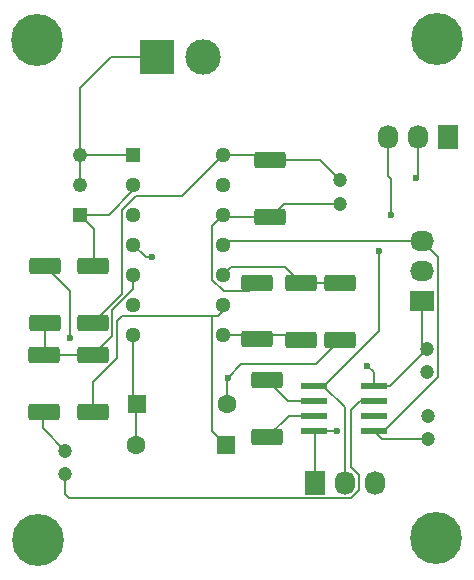
<source format=gbr>
%TF.GenerationSoftware,KiCad,Pcbnew,9.0.6*%
%TF.CreationDate,2026-01-22T12:37:59+05:30*%
%TF.ProjectId,Muscle sensor,4d757363-6c65-4207-9365-6e736f722e6b,rev?*%
%TF.SameCoordinates,Original*%
%TF.FileFunction,Copper,L1,Top*%
%TF.FilePolarity,Positive*%
%FSLAX46Y46*%
G04 Gerber Fmt 4.6, Leading zero omitted, Abs format (unit mm)*
G04 Created by KiCad (PCBNEW 9.0.6) date 2026-01-22 12:37:59*
%MOMM*%
%LPD*%
G01*
G04 APERTURE LIST*
G04 Aperture macros list*
%AMRoundRect*
0 Rectangle with rounded corners*
0 $1 Rounding radius*
0 $2 $3 $4 $5 $6 $7 $8 $9 X,Y pos of 4 corners*
0 Add a 4 corners polygon primitive as box body*
4,1,4,$2,$3,$4,$5,$6,$7,$8,$9,$2,$3,0*
0 Add four circle primitives for the rounded corners*
1,1,$1+$1,$2,$3*
1,1,$1+$1,$4,$5*
1,1,$1+$1,$6,$7*
1,1,$1+$1,$8,$9*
0 Add four rect primitives between the rounded corners*
20,1,$1+$1,$2,$3,$4,$5,0*
20,1,$1+$1,$4,$5,$6,$7,0*
20,1,$1+$1,$6,$7,$8,$9,0*
20,1,$1+$1,$8,$9,$2,$3,0*%
G04 Aperture macros list end*
%TA.AperFunction,SMDPad,CuDef*%
%ADD10RoundRect,0.249999X-1.075001X0.450001X-1.075001X-0.450001X1.075001X-0.450001X1.075001X0.450001X0*%
%TD*%
%TA.AperFunction,ComponentPad*%
%ADD11C,0.700000*%
%TD*%
%TA.AperFunction,ComponentPad*%
%ADD12C,4.400000*%
%TD*%
%TA.AperFunction,SMDPad,CuDef*%
%ADD13RoundRect,0.249999X1.075001X-0.450001X1.075001X0.450001X-1.075001X0.450001X-1.075001X-0.450001X0*%
%TD*%
%TA.AperFunction,ComponentPad*%
%ADD14R,1.730000X2.030000*%
%TD*%
%TA.AperFunction,ComponentPad*%
%ADD15O,1.730000X2.030000*%
%TD*%
%TA.AperFunction,ComponentPad*%
%ADD16C,1.200000*%
%TD*%
%TA.AperFunction,ComponentPad*%
%ADD17R,2.030000X1.730000*%
%TD*%
%TA.AperFunction,ComponentPad*%
%ADD18O,2.030000X1.730000*%
%TD*%
%TA.AperFunction,ComponentPad*%
%ADD19R,1.295400X1.295400*%
%TD*%
%TA.AperFunction,ComponentPad*%
%ADD20C,1.295400*%
%TD*%
%TA.AperFunction,ComponentPad*%
%ADD21R,3.000000X3.000000*%
%TD*%
%TA.AperFunction,ComponentPad*%
%ADD22C,3.000000*%
%TD*%
%TA.AperFunction,ComponentPad*%
%ADD23RoundRect,0.250000X-0.550000X-0.550000X0.550000X-0.550000X0.550000X0.550000X-0.550000X0.550000X0*%
%TD*%
%TA.AperFunction,ComponentPad*%
%ADD24C,1.600000*%
%TD*%
%TA.AperFunction,ComponentPad*%
%ADD25RoundRect,0.250000X0.550000X0.550000X-0.550000X0.550000X-0.550000X-0.550000X0.550000X-0.550000X0*%
%TD*%
%TA.AperFunction,SMDPad,CuDef*%
%ADD26R,2.286000X0.558800*%
%TD*%
%TA.AperFunction,ComponentPad*%
%ADD27R,1.218000X1.218000*%
%TD*%
%TA.AperFunction,ComponentPad*%
%ADD28C,1.218000*%
%TD*%
%TA.AperFunction,ViaPad*%
%ADD29C,0.600000*%
%TD*%
%TA.AperFunction,Conductor*%
%ADD30C,0.200000*%
%TD*%
G04 APERTURE END LIST*
D10*
%TO.P,R6,2*%
%TO.N,/RECTIFY*%
X165260000Y-87240000D03*
%TO.P,R6,1*%
%TO.N,Net-(U2C-+)*%
X165260000Y-82440000D03*
%TD*%
D11*
%TO.P,H2,1,1*%
%TO.N,GND*%
X144640000Y-104210000D03*
X144156726Y-105376726D03*
X144156726Y-103043274D03*
X142990000Y-105860000D03*
D12*
X142990000Y-104210000D03*
D11*
X142990000Y-102560000D03*
X141823274Y-105376726D03*
X141823274Y-103043274D03*
X141340000Y-104210000D03*
%TD*%
%TO.P,H4,1,1*%
%TO.N,GND*%
X178353274Y-103993274D03*
X177870000Y-105160000D03*
X177870000Y-102826548D03*
X176703274Y-105643274D03*
D12*
X176703274Y-103993274D03*
D11*
X176703274Y-102343274D03*
X175536548Y-105160000D03*
X175536548Y-102826548D03*
X175053274Y-103993274D03*
%TD*%
D13*
%TO.P,R7,1*%
%TO.N,/SMOOTH*%
X147690000Y-85780000D03*
%TO.P,R7,2*%
%TO.N,Net-(U2A--)*%
X147690000Y-80980000D03*
%TD*%
%TO.P,R9,1*%
%TO.N,Net-(U2D-+)*%
X162680000Y-76860000D03*
%TO.P,R9,2*%
%TO.N,/SMOOTH*%
X162680000Y-72060000D03*
%TD*%
D14*
%TO.P,J4,1,Pin_1*%
%TO.N,GND*%
X177710000Y-70070000D03*
D15*
%TO.P,J4,2,Pin_2*%
%TO.N,/END*%
X175170000Y-70070000D03*
%TO.P,J4,3,Pin_3*%
%TO.N,/MID*%
X172630000Y-70070000D03*
%TD*%
D13*
%TO.P,R5,1*%
%TO.N,Net-(D1-A)*%
X168590000Y-87250000D03*
%TO.P,R5,2*%
%TO.N,Net-(U2C-+)*%
X168590000Y-82450000D03*
%TD*%
D14*
%TO.P,J3,1,Pin_1*%
%TO.N,/MID*%
X166460000Y-99360000D03*
D15*
%TO.P,J3,2,Pin_2*%
%TO.N,/END*%
X169000000Y-99360000D03*
%TO.P,J3,3,Pin_3*%
%TO.N,GND*%
X171540000Y-99360000D03*
%TD*%
D16*
%TO.P,C3,1*%
%TO.N,/MEASURE*%
X145330000Y-98620000D03*
%TO.P,C3,2*%
%TO.N,Net-(C3-Pad2)*%
X145330000Y-96620000D03*
%TD*%
D17*
%TO.P,J2,1,Pin_1*%
%TO.N,/+VS*%
X175500000Y-83940000D03*
D18*
%TO.P,J2,2,Pin_2*%
%TO.N,GND*%
X175500000Y-81400000D03*
%TO.P,J2,3,Pin_3*%
%TO.N,/-VS*%
X175500000Y-78860000D03*
%TD*%
D19*
%TO.P,U2,1*%
%TO.N,/SIG*%
X151090000Y-71590000D03*
D20*
%TO.P,U2,2,-*%
%TO.N,Net-(U2A--)*%
X151090000Y-74130000D03*
%TO.P,U2,3,+*%
%TO.N,GND*%
X151090000Y-76670000D03*
%TO.P,U2,4,V+*%
%TO.N,/+VS*%
X151090000Y-79210000D03*
%TO.P,U2,5,+*%
%TO.N,Net-(U2B-+)*%
X151090000Y-81750000D03*
%TO.P,U2,6,-*%
%TO.N,GND*%
X151090000Y-84290000D03*
%TO.P,U2,7*%
%TO.N,Net-(D1-K)*%
X151090000Y-86830000D03*
%TO.P,U2,8*%
%TO.N,/RECTIFY*%
X158710000Y-86830000D03*
%TO.P,U2,9,-*%
%TO.N,Net-(D2-K)*%
X158710000Y-84290000D03*
%TO.P,U2,10,+*%
%TO.N,Net-(U2C-+)*%
X158710000Y-81750000D03*
%TO.P,U2,11,V-*%
%TO.N,/-VS*%
X158710000Y-79210000D03*
%TO.P,U2,12,+*%
%TO.N,Net-(U2D-+)*%
X158710000Y-76670000D03*
%TO.P,U2,13,-*%
%TO.N,GND*%
X158710000Y-74130000D03*
%TO.P,U2,14*%
%TO.N,/SMOOTH*%
X158710000Y-71590000D03*
%TD*%
D16*
%TO.P,C4,1*%
%TO.N,Net-(U2D-+)*%
X168560000Y-75730000D03*
%TO.P,C4,2*%
%TO.N,/SMOOTH*%
X168560000Y-73730000D03*
%TD*%
D13*
%TO.P,R8,1*%
%TO.N,/RECTIFY*%
X161570000Y-87210000D03*
%TO.P,R8,2*%
%TO.N,Net-(U2D-+)*%
X161570000Y-82410000D03*
%TD*%
D10*
%TO.P,R4,1*%
%TO.N,Net-(U2B-+)*%
X147690000Y-88540000D03*
%TO.P,R4,2*%
%TO.N,Net-(D2-K)*%
X147690000Y-93340000D03*
%TD*%
D21*
%TO.P,J1,1,Pin_1*%
%TO.N,/SIG*%
X153072500Y-63320000D03*
D22*
%TO.P,J1,2,Pin_2*%
%TO.N,GND*%
X156952500Y-63320000D03*
%TD*%
D23*
%TO.P,D1,1,K*%
%TO.N,Net-(D1-K)*%
X151420000Y-92660000D03*
D24*
%TO.P,D1,2,A*%
%TO.N,Net-(D1-A)*%
X159040000Y-92660000D03*
%TD*%
D25*
%TO.P,D2,1,K*%
%TO.N,Net-(D2-K)*%
X158910000Y-96110000D03*
D24*
%TO.P,D2,2,A*%
%TO.N,Net-(D1-K)*%
X151290000Y-96110000D03*
%TD*%
D26*
%TO.P,U1,1*%
%TO.N,/END*%
X166405400Y-91125000D03*
%TO.P,U1,2*%
%TO.N,Net-(R1-Pad1)*%
X166405400Y-92395000D03*
%TO.P,U1,3*%
%TO.N,Net-(R1-Pad2)*%
X166405400Y-93665000D03*
%TO.P,U1,4*%
%TO.N,/MID*%
X166405400Y-94935000D03*
%TO.P,U1,5*%
%TO.N,/-VS*%
X171434600Y-94935000D03*
%TO.P,U1,6*%
%TO.N,GND*%
X171434600Y-93665000D03*
%TO.P,U1,7*%
%TO.N,/MEASURE*%
X171434600Y-92395000D03*
%TO.P,U1,8*%
%TO.N,/+VS*%
X171434600Y-91125000D03*
%TD*%
D10*
%TO.P,R1,1*%
%TO.N,Net-(R1-Pad1)*%
X162440000Y-90670000D03*
%TO.P,R1,2*%
%TO.N,Net-(R1-Pad2)*%
X162440000Y-95470000D03*
%TD*%
D16*
%TO.P,C2,1*%
%TO.N,/-VS*%
X176020000Y-95680000D03*
%TO.P,C2,2*%
%TO.N,GND*%
X176020000Y-93680000D03*
%TD*%
D11*
%TO.P,H1,1,1*%
%TO.N,GND*%
X144610000Y-61860000D03*
X144126726Y-63026726D03*
X144126726Y-60693274D03*
X142960000Y-63510000D03*
D12*
X142960000Y-61860000D03*
D11*
X142960000Y-60210000D03*
X141793274Y-63026726D03*
X141793274Y-60693274D03*
X141310000Y-61860000D03*
%TD*%
%TO.P,H3,1,1*%
%TO.N,GND*%
X175113274Y-61796726D03*
X175596548Y-60630000D03*
X175596548Y-62963452D03*
X176763274Y-60146726D03*
D12*
X176763274Y-61796726D03*
D11*
X176763274Y-63446726D03*
X177930000Y-60630000D03*
X177930000Y-62963452D03*
X178413274Y-61796726D03*
%TD*%
D13*
%TO.P,R3,1*%
%TO.N,Net-(U2B-+)*%
X143610000Y-85830000D03*
%TO.P,R3,2*%
%TO.N,Net-(D1-A)*%
X143610000Y-81030000D03*
%TD*%
%TO.P,R2,1*%
%TO.N,Net-(C3-Pad2)*%
X143560000Y-93340000D03*
%TO.P,R2,2*%
%TO.N,Net-(U2B-+)*%
X143560000Y-88540000D03*
%TD*%
D27*
%TO.P,VR1,1*%
%TO.N,Net-(U2A--)*%
X146550000Y-76660000D03*
D28*
%TO.P,VR1,2*%
%TO.N,/SIG*%
X146550000Y-74120000D03*
%TO.P,VR1,3*%
X146550000Y-71580000D03*
%TD*%
D16*
%TO.P,C1,1*%
%TO.N,GND*%
X175950000Y-90010000D03*
%TO.P,C1,2*%
%TO.N,/+VS*%
X175950000Y-88010000D03*
%TD*%
D29*
%TO.N,/+VS*%
X152670000Y-80250000D03*
X170880000Y-89450000D03*
%TO.N,Net-(D1-A)*%
X145690000Y-87120000D03*
X159070000Y-90480000D03*
%TO.N,/END*%
X171920000Y-79710000D03*
X175050000Y-73520000D03*
%TO.N,/MID*%
X172950000Y-76680000D03*
X168310000Y-94940000D03*
%TD*%
D30*
%TO.N,Net-(C3-Pad2)*%
X143420000Y-94710000D02*
X143420000Y-93480000D01*
%TO.N,/MEASURE*%
X145330000Y-100330000D02*
X145330000Y-98620000D01*
X145676000Y-100676000D02*
X145330000Y-100330000D01*
X169482973Y-100676000D02*
X145676000Y-100676000D01*
X170166000Y-99992973D02*
X169482973Y-100676000D01*
X170166000Y-98727027D02*
X170166000Y-99992973D01*
X169482973Y-93217027D02*
X169482973Y-98044000D01*
X170305000Y-92395000D02*
X169482973Y-93217027D01*
X171434600Y-92395000D02*
X170305000Y-92395000D01*
%TO.N,Net-(C3-Pad2)*%
X145330000Y-96620000D02*
X143420000Y-94710000D01*
%TO.N,/MEASURE*%
X169482973Y-98044000D02*
X170166000Y-98727027D01*
%TO.N,Net-(C3-Pad2)*%
X143420000Y-93480000D02*
X143560000Y-93340000D01*
%TO.N,/+VS*%
X171434600Y-90004600D02*
X170880000Y-89450000D01*
X175500000Y-83940000D02*
X175500000Y-87560000D01*
X152130000Y-80250000D02*
X151090000Y-79210000D01*
X171434600Y-91125000D02*
X171434600Y-90004600D01*
X152670000Y-80250000D02*
X152130000Y-80250000D01*
X171434600Y-91125000D02*
X172835000Y-91125000D01*
X175500000Y-87560000D02*
X175950000Y-88010000D01*
X172835000Y-91125000D02*
X175950000Y-88010000D01*
%TO.N,/-VS*%
X159060000Y-78860000D02*
X158710000Y-79210000D01*
X175500000Y-78860000D02*
X159060000Y-78860000D01*
X176851000Y-90382200D02*
X176851000Y-80211000D01*
X172179600Y-95680000D02*
X176020000Y-95680000D01*
X171434600Y-94935000D02*
X172179600Y-95680000D01*
X172298200Y-94935000D02*
X176851000Y-90382200D01*
X176851000Y-80211000D02*
X175500000Y-78860000D01*
X171434600Y-94935000D02*
X172298200Y-94935000D01*
%TO.N,/SMOOTH*%
X150141300Y-83328700D02*
X150141300Y-76277035D01*
X151339635Y-75078700D02*
X155221300Y-75078700D01*
X158710000Y-71590000D02*
X162210000Y-71590000D01*
X162210000Y-71590000D02*
X162680000Y-72060000D01*
X147690000Y-85780000D02*
X150141300Y-83328700D01*
X155221300Y-75078700D02*
X158710000Y-71590000D01*
X168560000Y-73730000D02*
X166890000Y-72060000D01*
X166890000Y-72060000D02*
X162680000Y-72060000D01*
X150141300Y-76277035D02*
X151339635Y-75078700D01*
%TO.N,Net-(U2D-+)*%
X157761300Y-77618700D02*
X157761300Y-82142965D01*
X162680000Y-76860000D02*
X158900000Y-76860000D01*
X158728335Y-83110000D02*
X160870000Y-83110000D01*
X163810000Y-75730000D02*
X162680000Y-76860000D01*
X158900000Y-76860000D02*
X158710000Y-76670000D01*
X160870000Y-83110000D02*
X161570000Y-82410000D01*
X157761300Y-82142965D02*
X158728335Y-83110000D01*
X158710000Y-76670000D02*
X157761300Y-77618700D01*
X168560000Y-75730000D02*
X163810000Y-75730000D01*
%TO.N,Net-(D1-K)*%
X151090000Y-92330000D02*
X151420000Y-92660000D01*
X151290000Y-96110000D02*
X151290000Y-92790000D01*
X151090000Y-86830000D02*
X151090000Y-92330000D01*
X151290000Y-92790000D02*
X151420000Y-92660000D01*
%TO.N,Net-(D1-A)*%
X159070000Y-90480000D02*
X160250000Y-89300000D01*
X166540000Y-89300000D02*
X168590000Y-87250000D01*
X159040000Y-90510000D02*
X159040000Y-92660000D01*
X159070000Y-90480000D02*
X159040000Y-90510000D01*
X160250000Y-89300000D02*
X166540000Y-89300000D01*
X143610000Y-81030000D02*
X145690000Y-83110000D01*
X145690000Y-83110000D02*
X145690000Y-87120000D01*
%TO.N,Net-(D2-K)*%
X147690000Y-90851160D02*
X149740000Y-88801160D01*
X157761300Y-85307400D02*
X157830000Y-85238700D01*
X158251300Y-85238700D02*
X158710000Y-84780000D01*
X150141300Y-85238700D02*
X157830000Y-85238700D01*
X149740000Y-88801160D02*
X149740000Y-85640000D01*
X158910000Y-96110000D02*
X157761300Y-94961300D01*
X157830000Y-85238700D02*
X158251300Y-85238700D01*
X158710000Y-84780000D02*
X158710000Y-84290000D01*
X147690000Y-93340000D02*
X147690000Y-90851160D01*
X157761300Y-94961300D02*
X157761300Y-85307400D01*
X149740000Y-85640000D02*
X150141300Y-85238700D01*
%TO.N,/SIG*%
X151080000Y-71580000D02*
X151090000Y-71590000D01*
X146550000Y-65960000D02*
X146550000Y-71580000D01*
X149190000Y-63320000D02*
X146550000Y-65960000D01*
X146550000Y-74120000D02*
X146550000Y-71580000D01*
X153072500Y-63320000D02*
X149190000Y-63320000D01*
X146550000Y-71580000D02*
X151080000Y-71580000D01*
%TO.N,/END*%
X167269000Y-91125000D02*
X171920000Y-86474000D01*
X167159800Y-91125000D02*
X169000000Y-92965200D01*
X166405400Y-91125000D02*
X167159800Y-91125000D01*
X175050000Y-73520000D02*
X175170000Y-73400000D01*
X175170000Y-73400000D02*
X175170000Y-70070000D01*
X169000000Y-92965200D02*
X169000000Y-99360000D01*
X166405400Y-91125000D02*
X167269000Y-91125000D01*
X171920000Y-86474000D02*
X171920000Y-79710000D01*
%TO.N,/MID*%
X172630000Y-73340000D02*
X172630000Y-70070000D01*
X166405400Y-94935000D02*
X168305000Y-94935000D01*
X166460000Y-99360000D02*
X166460000Y-94989600D01*
X172950000Y-73660000D02*
X172630000Y-73340000D01*
X172950000Y-76680000D02*
X172950000Y-73660000D01*
X168305000Y-94935000D02*
X168310000Y-94940000D01*
X166460000Y-94989600D02*
X166405400Y-94935000D01*
%TO.N,Net-(R1-Pad2)*%
X164245000Y-93665000D02*
X166405400Y-93665000D01*
X162440000Y-95470000D02*
X164245000Y-93665000D01*
%TO.N,Net-(R1-Pad1)*%
X162440000Y-90670000D02*
X164165000Y-92395000D01*
X164165000Y-92395000D02*
X166405400Y-92395000D01*
%TO.N,Net-(U2B-+)*%
X143610000Y-85830000D02*
X143610000Y-88490000D01*
X151090000Y-82948335D02*
X149316000Y-84722335D01*
X143610000Y-88490000D02*
X143560000Y-88540000D01*
X151090000Y-81750000D02*
X151090000Y-82948335D01*
X149316000Y-84722335D02*
X149316000Y-86914000D01*
X149316000Y-86914000D02*
X147690000Y-88540000D01*
X147690000Y-88540000D02*
X143560000Y-88540000D01*
%TO.N,Net-(U2C-+)*%
X165270000Y-82450000D02*
X165260000Y-82440000D01*
X163922300Y-81102300D02*
X165260000Y-82440000D01*
X158710000Y-81750000D02*
X159357700Y-81102300D01*
X159357700Y-81102300D02*
X163922300Y-81102300D01*
X168590000Y-82450000D02*
X165270000Y-82450000D01*
%TO.N,/RECTIFY*%
X158710000Y-86830000D02*
X164850000Y-86830000D01*
X164850000Y-86830000D02*
X165260000Y-87240000D01*
%TO.N,Net-(U2A--)*%
X147750000Y-77860000D02*
X146550000Y-76660000D01*
X147690000Y-80980000D02*
X147750000Y-80920000D01*
X149020000Y-76660000D02*
X146550000Y-76660000D01*
X151090000Y-74130000D02*
X151090000Y-74590000D01*
X147750000Y-80920000D02*
X147750000Y-77860000D01*
X151090000Y-74590000D02*
X149020000Y-76660000D01*
%TD*%
M02*

</source>
